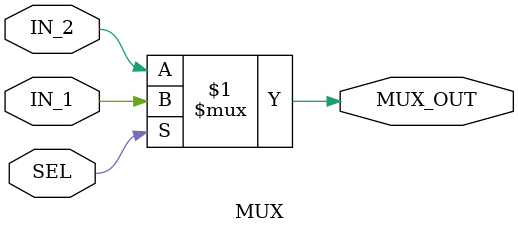
<source format=v>


module MUX(input SEL,IN_1,IN_2,
            output MUX_OUT);
    
   assign MUX_OUT = SEL ? IN_1 : IN_2; 

endmodule

</source>
